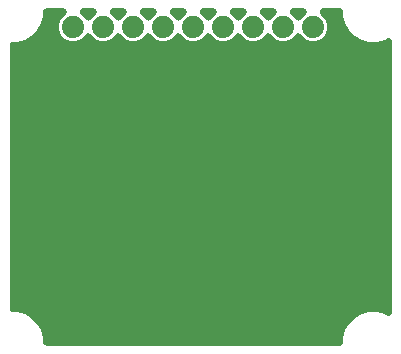
<source format=gbr>
G04 EAGLE Gerber RS-274X export*
G75*
%MOMM*%
%FSLAX25Y25*%
%LPD*%
%INBottom_layer*%
%IPPOS*%
%AMOC8*
5,1,8,0,0,1.08239X$1,22.5*%
G01*
%ADD10C,1.879600*%

G36*
X2893677Y350582D02*
X2893677Y350582D01*
X2894436Y350558D01*
X2896130Y350781D01*
X2897838Y350920D01*
X2898576Y351103D01*
X2899328Y351202D01*
X2900964Y351695D01*
X2902627Y352108D01*
X2903325Y352407D01*
X2904051Y352626D01*
X2905588Y353378D01*
X2907161Y354052D01*
X2907801Y354460D01*
X2908483Y354794D01*
X2909879Y355784D01*
X2911323Y356703D01*
X2911888Y357209D01*
X2912508Y357648D01*
X2913726Y358851D01*
X2915002Y359991D01*
X2915478Y360581D01*
X2916019Y361115D01*
X2917028Y362498D01*
X2918102Y363828D01*
X2918477Y364488D01*
X2918925Y365102D01*
X2919697Y366632D01*
X2920543Y368117D01*
X2920806Y368827D01*
X2921149Y369506D01*
X2921664Y371139D01*
X2922259Y372742D01*
X2922405Y373487D01*
X2922634Y374211D01*
X2922752Y375255D01*
X2923208Y377584D01*
X2923282Y379956D01*
X2923399Y381000D01*
X2923399Y414124D01*
X2940546Y478114D01*
X2973669Y535486D01*
X3020513Y582330D01*
X3077885Y615454D01*
X3141876Y632600D01*
X3208124Y632600D01*
X3272114Y615454D01*
X3286760Y606998D01*
X3287963Y606428D01*
X3289117Y605772D01*
X3290187Y605374D01*
X3291219Y604885D01*
X3292496Y604517D01*
X3293742Y604055D01*
X3294862Y603835D01*
X3295960Y603519D01*
X3297280Y603362D01*
X3298584Y603107D01*
X3299725Y603071D01*
X3300859Y602936D01*
X3302189Y602994D01*
X3303516Y602953D01*
X3304645Y603101D01*
X3305788Y603151D01*
X3307092Y603423D01*
X3308408Y603596D01*
X3309499Y603925D01*
X3310618Y604158D01*
X3311858Y604636D01*
X3313131Y605020D01*
X3314158Y605522D01*
X3315222Y605932D01*
X3316368Y606603D01*
X3317563Y607188D01*
X3318495Y607849D01*
X3319480Y608425D01*
X3320503Y609273D01*
X3321588Y610042D01*
X3322401Y610844D01*
X3323280Y611573D01*
X3324153Y612575D01*
X3325099Y613509D01*
X3325771Y614431D01*
X3326522Y615292D01*
X3327222Y616422D01*
X3328005Y617496D01*
X3328520Y618516D01*
X3329121Y619486D01*
X3329629Y620713D01*
X3330229Y621900D01*
X3330573Y622989D01*
X3331010Y624044D01*
X3331313Y625337D01*
X3331714Y626605D01*
X3331808Y627443D01*
X3332138Y628847D01*
X3332408Y632756D01*
X3332479Y633394D01*
X3332479Y2922606D01*
X3332372Y2923932D01*
X3332363Y2925260D01*
X3332173Y2926384D01*
X3332080Y2927523D01*
X3331760Y2928814D01*
X3331538Y2930124D01*
X3331168Y2931204D01*
X3330893Y2932312D01*
X3330368Y2933534D01*
X3329938Y2934791D01*
X3329398Y2935798D01*
X3328948Y2936847D01*
X3328234Y2937967D01*
X3327605Y2939139D01*
X3326909Y2940046D01*
X3326297Y2941008D01*
X3325412Y2941998D01*
X3324602Y2943054D01*
X3323769Y2943837D01*
X3323009Y2944687D01*
X3321977Y2945522D01*
X3321007Y2946433D01*
X3320059Y2947071D01*
X3319172Y2947788D01*
X3318017Y2948445D01*
X3316913Y2949187D01*
X3315875Y2949664D01*
X3314883Y2950228D01*
X3313639Y2950690D01*
X3312429Y2951245D01*
X3311327Y2951548D01*
X3310258Y2951945D01*
X3308955Y2952200D01*
X3307672Y2952553D01*
X3306537Y2952674D01*
X3305416Y2952893D01*
X3304086Y2952935D01*
X3302765Y2953075D01*
X3301626Y2953012D01*
X3300484Y2953047D01*
X3299168Y2952874D01*
X3297839Y2952800D01*
X3296723Y2952553D01*
X3295593Y2952404D01*
X3294321Y2952021D01*
X3293022Y2951733D01*
X3292251Y2951396D01*
X3290869Y2950980D01*
X3287355Y2949261D01*
X3286760Y2949002D01*
X3272114Y2940545D01*
X3208124Y2923399D01*
X3141876Y2923399D01*
X3077885Y2940546D01*
X3020513Y2973669D01*
X2973669Y3020513D01*
X2940546Y3077885D01*
X2923399Y3141876D01*
X2923399Y3175000D01*
X2923338Y3175757D01*
X2923362Y3176516D01*
X2923139Y3178210D01*
X2923000Y3179918D01*
X2922817Y3180656D01*
X2922718Y3181408D01*
X2922225Y3183044D01*
X2921813Y3184707D01*
X2921513Y3185405D01*
X2921294Y3186131D01*
X2920542Y3187668D01*
X2919868Y3189241D01*
X2919460Y3189881D01*
X2919126Y3190563D01*
X2918136Y3191959D01*
X2917217Y3193403D01*
X2916711Y3193968D01*
X2916272Y3194588D01*
X2915069Y3195806D01*
X2913929Y3197082D01*
X2913339Y3197558D01*
X2912805Y3198099D01*
X2911422Y3199108D01*
X2910092Y3200182D01*
X2909433Y3200557D01*
X2908818Y3201005D01*
X2907288Y3201777D01*
X2905803Y3202623D01*
X2905093Y3202886D01*
X2904414Y3203229D01*
X2902781Y3203744D01*
X2901178Y3204339D01*
X2900433Y3204485D01*
X2899709Y3204714D01*
X2898665Y3204832D01*
X2896336Y3205288D01*
X2893964Y3205362D01*
X2892920Y3205479D01*
X2751934Y3205479D01*
X2751555Y3205449D01*
X2751176Y3205470D01*
X2749096Y3205249D01*
X2747016Y3205080D01*
X2746648Y3204989D01*
X2746269Y3204948D01*
X2744253Y3204395D01*
X2742227Y3203893D01*
X2741878Y3203743D01*
X2741512Y3203642D01*
X2739610Y3202770D01*
X2737693Y3201948D01*
X2737373Y3201744D01*
X2737027Y3201585D01*
X2735291Y3200418D01*
X2733531Y3199297D01*
X2733248Y3199044D01*
X2732933Y3198832D01*
X2731409Y3197401D01*
X2729852Y3196009D01*
X2729613Y3195714D01*
X2729337Y3195454D01*
X2728066Y3193798D01*
X2726752Y3192172D01*
X2726564Y3191841D01*
X2726333Y3191540D01*
X2725345Y3189699D01*
X2724311Y3187883D01*
X2724179Y3187527D01*
X2723999Y3187193D01*
X2723322Y3185217D01*
X2722594Y3183258D01*
X2722521Y3182885D01*
X2722398Y3182526D01*
X2722049Y3180473D01*
X2721646Y3178416D01*
X2721634Y3178034D01*
X2721571Y3177662D01*
X2721558Y3175573D01*
X2721492Y3173484D01*
X2721542Y3173109D01*
X2721539Y3172728D01*
X2721864Y3170657D01*
X2722136Y3168593D01*
X2722245Y3168230D01*
X2722304Y3167853D01*
X2722957Y3165868D01*
X2723560Y3163869D01*
X2723727Y3163527D01*
X2723845Y3163167D01*
X2724812Y3161309D01*
X2725728Y3159437D01*
X2725946Y3159128D01*
X2726123Y3158789D01*
X2726702Y3158062D01*
X2728582Y3155412D01*
X2729795Y3154183D01*
X2730382Y3153448D01*
X2768206Y3115624D01*
X2786380Y3071746D01*
X2786380Y3024254D01*
X2768206Y2980376D01*
X2734624Y2946794D01*
X2690746Y2928619D01*
X2643254Y2928619D01*
X2599376Y2946794D01*
X2561552Y2984618D01*
X2560973Y2985110D01*
X2560453Y2985663D01*
X2559098Y2986703D01*
X2557792Y2987813D01*
X2557140Y2988206D01*
X2556539Y2988667D01*
X2555034Y2989475D01*
X2553566Y2990360D01*
X2552861Y2990642D01*
X2552192Y2991001D01*
X2550573Y2991556D01*
X2548985Y2992191D01*
X2548243Y2992356D01*
X2547525Y2992602D01*
X2545842Y2992888D01*
X2544168Y2993259D01*
X2543408Y2993302D01*
X2542661Y2993429D01*
X2540952Y2993440D01*
X2539242Y2993536D01*
X2538487Y2993456D01*
X2537727Y2993461D01*
X2536036Y2993195D01*
X2534335Y2993014D01*
X2533603Y2992813D01*
X2532853Y2992696D01*
X2531228Y2992161D01*
X2529578Y2991708D01*
X2528888Y2991392D01*
X2528166Y2991154D01*
X2526648Y2990365D01*
X2525093Y2989651D01*
X2524462Y2989227D01*
X2523789Y2988877D01*
X2522968Y2988222D01*
X2520999Y2986898D01*
X2519270Y2985274D01*
X2518448Y2984618D01*
X2480624Y2946794D01*
X2436746Y2928619D01*
X2389254Y2928619D01*
X2345376Y2946794D01*
X2307552Y2984618D01*
X2306973Y2985110D01*
X2306453Y2985663D01*
X2305098Y2986703D01*
X2303792Y2987813D01*
X2303140Y2988206D01*
X2302539Y2988667D01*
X2301034Y2989475D01*
X2299566Y2990360D01*
X2298861Y2990642D01*
X2298192Y2991001D01*
X2296573Y2991556D01*
X2294985Y2992191D01*
X2294243Y2992356D01*
X2293525Y2992602D01*
X2291842Y2992888D01*
X2290168Y2993259D01*
X2289408Y2993302D01*
X2288661Y2993429D01*
X2286952Y2993440D01*
X2285242Y2993536D01*
X2284487Y2993456D01*
X2283727Y2993461D01*
X2282036Y2993195D01*
X2280335Y2993014D01*
X2279603Y2992813D01*
X2278853Y2992696D01*
X2277228Y2992161D01*
X2275578Y2991708D01*
X2274888Y2991392D01*
X2274166Y2991154D01*
X2272648Y2990365D01*
X2271093Y2989651D01*
X2270462Y2989227D01*
X2269789Y2988877D01*
X2268968Y2988222D01*
X2266999Y2986898D01*
X2265270Y2985274D01*
X2264448Y2984618D01*
X2226624Y2946794D01*
X2182746Y2928619D01*
X2135254Y2928619D01*
X2091376Y2946794D01*
X2053552Y2984618D01*
X2052973Y2985110D01*
X2052453Y2985663D01*
X2051098Y2986703D01*
X2049792Y2987813D01*
X2049140Y2988206D01*
X2048539Y2988667D01*
X2047034Y2989475D01*
X2045566Y2990360D01*
X2044861Y2990642D01*
X2044192Y2991001D01*
X2042573Y2991556D01*
X2040985Y2992191D01*
X2040243Y2992356D01*
X2039525Y2992602D01*
X2037842Y2992888D01*
X2036168Y2993259D01*
X2035408Y2993302D01*
X2034661Y2993429D01*
X2032952Y2993440D01*
X2031242Y2993536D01*
X2030487Y2993456D01*
X2029727Y2993461D01*
X2028036Y2993195D01*
X2026335Y2993014D01*
X2025603Y2992813D01*
X2024853Y2992696D01*
X2023228Y2992161D01*
X2021578Y2991708D01*
X2020888Y2991392D01*
X2020166Y2991154D01*
X2018648Y2990365D01*
X2017093Y2989651D01*
X2016462Y2989227D01*
X2015789Y2988877D01*
X2014968Y2988222D01*
X2012999Y2986898D01*
X2011270Y2985274D01*
X2010448Y2984618D01*
X1972624Y2946794D01*
X1928746Y2928619D01*
X1881254Y2928619D01*
X1837376Y2946794D01*
X1799552Y2984618D01*
X1798973Y2985110D01*
X1798453Y2985663D01*
X1797098Y2986703D01*
X1795792Y2987813D01*
X1795140Y2988206D01*
X1794539Y2988667D01*
X1793034Y2989475D01*
X1791566Y2990360D01*
X1790861Y2990642D01*
X1790192Y2991001D01*
X1788573Y2991556D01*
X1786985Y2992191D01*
X1786243Y2992356D01*
X1785525Y2992602D01*
X1783842Y2992888D01*
X1782168Y2993259D01*
X1781408Y2993302D01*
X1780661Y2993429D01*
X1778952Y2993440D01*
X1777242Y2993536D01*
X1776487Y2993456D01*
X1775727Y2993461D01*
X1774036Y2993195D01*
X1772335Y2993014D01*
X1771603Y2992813D01*
X1770853Y2992696D01*
X1769228Y2992161D01*
X1767578Y2991708D01*
X1766888Y2991392D01*
X1766166Y2991154D01*
X1764648Y2990365D01*
X1763093Y2989651D01*
X1762462Y2989227D01*
X1761789Y2988877D01*
X1760968Y2988222D01*
X1758999Y2986898D01*
X1757270Y2985274D01*
X1756448Y2984618D01*
X1718624Y2946794D01*
X1674746Y2928619D01*
X1627254Y2928619D01*
X1583376Y2946794D01*
X1545552Y2984618D01*
X1544973Y2985110D01*
X1544453Y2985663D01*
X1543098Y2986703D01*
X1541792Y2987813D01*
X1541140Y2988206D01*
X1540539Y2988667D01*
X1539034Y2989475D01*
X1537566Y2990360D01*
X1536861Y2990642D01*
X1536192Y2991001D01*
X1534573Y2991556D01*
X1532985Y2992191D01*
X1532243Y2992356D01*
X1531525Y2992602D01*
X1529842Y2992888D01*
X1528168Y2993259D01*
X1527408Y2993302D01*
X1526661Y2993429D01*
X1524952Y2993440D01*
X1523242Y2993536D01*
X1522487Y2993456D01*
X1521727Y2993461D01*
X1520036Y2993195D01*
X1518335Y2993014D01*
X1517603Y2992813D01*
X1516853Y2992696D01*
X1515228Y2992161D01*
X1513578Y2991708D01*
X1512888Y2991392D01*
X1512166Y2991154D01*
X1510648Y2990365D01*
X1509093Y2989651D01*
X1508462Y2989227D01*
X1507789Y2988877D01*
X1506968Y2988222D01*
X1504999Y2986898D01*
X1503270Y2985274D01*
X1502448Y2984618D01*
X1464624Y2946794D01*
X1420746Y2928619D01*
X1373254Y2928619D01*
X1329376Y2946794D01*
X1291552Y2984618D01*
X1290973Y2985110D01*
X1290453Y2985663D01*
X1289098Y2986703D01*
X1287792Y2987813D01*
X1287140Y2988206D01*
X1286539Y2988667D01*
X1285034Y2989475D01*
X1283566Y2990360D01*
X1282861Y2990642D01*
X1282192Y2991001D01*
X1280573Y2991556D01*
X1278985Y2992191D01*
X1278243Y2992356D01*
X1277525Y2992602D01*
X1275842Y2992888D01*
X1274168Y2993259D01*
X1273408Y2993302D01*
X1272661Y2993429D01*
X1270952Y2993440D01*
X1269242Y2993536D01*
X1268487Y2993456D01*
X1267727Y2993461D01*
X1266036Y2993195D01*
X1264335Y2993014D01*
X1263603Y2992813D01*
X1262853Y2992696D01*
X1261228Y2992161D01*
X1259578Y2991708D01*
X1258888Y2991392D01*
X1258166Y2991154D01*
X1256648Y2990365D01*
X1255093Y2989651D01*
X1254462Y2989227D01*
X1253789Y2988877D01*
X1252968Y2988222D01*
X1250999Y2986898D01*
X1249270Y2985274D01*
X1248448Y2984618D01*
X1210624Y2946794D01*
X1166746Y2928619D01*
X1119254Y2928619D01*
X1075376Y2946794D01*
X1037552Y2984618D01*
X1036973Y2985110D01*
X1036453Y2985663D01*
X1035098Y2986703D01*
X1033792Y2987813D01*
X1033140Y2988206D01*
X1032539Y2988667D01*
X1031034Y2989475D01*
X1029566Y2990360D01*
X1028861Y2990642D01*
X1028192Y2991001D01*
X1026573Y2991556D01*
X1024985Y2992191D01*
X1024243Y2992356D01*
X1023525Y2992602D01*
X1021842Y2992888D01*
X1020168Y2993259D01*
X1019408Y2993302D01*
X1018661Y2993429D01*
X1016952Y2993440D01*
X1015242Y2993536D01*
X1014487Y2993456D01*
X1013727Y2993461D01*
X1012036Y2993195D01*
X1010335Y2993014D01*
X1009603Y2992813D01*
X1008853Y2992696D01*
X1007228Y2992161D01*
X1005578Y2991708D01*
X1004888Y2991392D01*
X1004166Y2991154D01*
X1002648Y2990365D01*
X1001093Y2989651D01*
X1000462Y2989227D01*
X999789Y2988877D01*
X998968Y2988222D01*
X996999Y2986898D01*
X995270Y2985274D01*
X994448Y2984618D01*
X956624Y2946794D01*
X912746Y2928619D01*
X865254Y2928619D01*
X821376Y2946794D01*
X783552Y2984618D01*
X782973Y2985110D01*
X782453Y2985663D01*
X781098Y2986703D01*
X779792Y2987813D01*
X779140Y2988206D01*
X778539Y2988667D01*
X777034Y2989475D01*
X775566Y2990360D01*
X774861Y2990642D01*
X774192Y2991001D01*
X772573Y2991556D01*
X770985Y2992191D01*
X770243Y2992356D01*
X769525Y2992602D01*
X767842Y2992888D01*
X766168Y2993259D01*
X765408Y2993302D01*
X764661Y2993429D01*
X762952Y2993440D01*
X761242Y2993536D01*
X760487Y2993456D01*
X759727Y2993461D01*
X758036Y2993195D01*
X756335Y2993014D01*
X755603Y2992813D01*
X754853Y2992696D01*
X753228Y2992161D01*
X751578Y2991708D01*
X750888Y2991392D01*
X750166Y2991154D01*
X748648Y2990365D01*
X747093Y2989651D01*
X746462Y2989227D01*
X745789Y2988877D01*
X744968Y2988222D01*
X742999Y2986898D01*
X741270Y2985274D01*
X740448Y2984618D01*
X702624Y2946794D01*
X658746Y2928619D01*
X611254Y2928619D01*
X567376Y2946794D01*
X533794Y2980376D01*
X515619Y3024254D01*
X515619Y3071746D01*
X533794Y3115624D01*
X571618Y3153448D01*
X571865Y3153738D01*
X572148Y3153991D01*
X573458Y3155613D01*
X574813Y3157208D01*
X575010Y3157534D01*
X575248Y3157828D01*
X576278Y3159638D01*
X577360Y3161433D01*
X577501Y3161788D01*
X577688Y3162117D01*
X578412Y3164066D01*
X579191Y3166015D01*
X579273Y3166387D01*
X579405Y3166742D01*
X579807Y3168791D01*
X580259Y3170832D01*
X580280Y3171211D01*
X580353Y3171584D01*
X580419Y3173671D01*
X580536Y3175758D01*
X580496Y3176137D01*
X580508Y3176516D01*
X580236Y3178581D01*
X580014Y3180664D01*
X579913Y3181032D01*
X579864Y3181408D01*
X579263Y3183403D01*
X578708Y3185422D01*
X578549Y3185768D01*
X578440Y3186131D01*
X577523Y3188005D01*
X576651Y3189907D01*
X576439Y3190223D01*
X576272Y3190563D01*
X575065Y3192265D01*
X573898Y3194001D01*
X573638Y3194278D01*
X573418Y3194588D01*
X571949Y3196075D01*
X570520Y3197597D01*
X570218Y3197828D01*
X569951Y3198099D01*
X568259Y3199332D01*
X566606Y3200601D01*
X566272Y3200780D01*
X565964Y3201005D01*
X564095Y3201949D01*
X562258Y3202934D01*
X561900Y3203058D01*
X561560Y3203229D01*
X559564Y3203859D01*
X557592Y3204536D01*
X557218Y3204599D01*
X556855Y3204714D01*
X555933Y3204818D01*
X552728Y3205363D01*
X551001Y3205374D01*
X550066Y3205479D01*
X409080Y3205479D01*
X408323Y3205418D01*
X407564Y3205442D01*
X405870Y3205219D01*
X404162Y3205080D01*
X403424Y3204897D01*
X402672Y3204798D01*
X401036Y3204305D01*
X399373Y3203893D01*
X398675Y3203593D01*
X397948Y3203374D01*
X396411Y3202622D01*
X394839Y3201948D01*
X394198Y3201540D01*
X393516Y3201206D01*
X392120Y3200216D01*
X390677Y3199297D01*
X390111Y3198791D01*
X389492Y3198352D01*
X388273Y3197149D01*
X386998Y3196009D01*
X386521Y3195419D01*
X385981Y3194885D01*
X384972Y3193502D01*
X383898Y3192172D01*
X383523Y3191513D01*
X383075Y3190898D01*
X382303Y3189368D01*
X381457Y3187883D01*
X381193Y3187173D01*
X380851Y3186494D01*
X380335Y3184861D01*
X379740Y3183258D01*
X379594Y3182513D01*
X379366Y3181789D01*
X379248Y3180745D01*
X378792Y3178416D01*
X378718Y3176044D01*
X378600Y3175000D01*
X378600Y3141876D01*
X361454Y3077885D01*
X328330Y3020513D01*
X281486Y2973669D01*
X224114Y2940546D01*
X160124Y2923399D01*
X127000Y2923399D01*
X126243Y2923338D01*
X125484Y2923362D01*
X123790Y2923139D01*
X122082Y2923000D01*
X121344Y2922817D01*
X120593Y2922718D01*
X118956Y2922225D01*
X117293Y2921813D01*
X116595Y2921513D01*
X115869Y2921294D01*
X114332Y2920542D01*
X112759Y2919868D01*
X112119Y2919460D01*
X111437Y2919126D01*
X110041Y2918136D01*
X108598Y2917217D01*
X108032Y2916711D01*
X107412Y2916272D01*
X106194Y2915069D01*
X104918Y2913929D01*
X104442Y2913339D01*
X103901Y2912805D01*
X102893Y2911422D01*
X101818Y2910092D01*
X101443Y2909433D01*
X100995Y2908818D01*
X100223Y2907288D01*
X99378Y2905803D01*
X99114Y2905093D01*
X98771Y2904414D01*
X98256Y2902781D01*
X97661Y2901178D01*
X97515Y2900433D01*
X97286Y2899709D01*
X97168Y2898665D01*
X96713Y2896336D01*
X96638Y2893964D01*
X96521Y2892920D01*
X96521Y663080D01*
X96582Y662323D01*
X96558Y661564D01*
X96781Y659870D01*
X96920Y658162D01*
X97103Y657424D01*
X97202Y656672D01*
X97695Y655036D01*
X98108Y653373D01*
X98407Y652675D01*
X98626Y651948D01*
X99378Y650411D01*
X100052Y648839D01*
X100460Y648198D01*
X100794Y647516D01*
X101784Y646120D01*
X102703Y644677D01*
X103209Y644111D01*
X103648Y643492D01*
X104851Y642273D01*
X105991Y640998D01*
X106581Y640521D01*
X107115Y639981D01*
X108498Y638972D01*
X109828Y637898D01*
X110488Y637523D01*
X111102Y637075D01*
X112632Y636303D01*
X114117Y635457D01*
X114827Y635193D01*
X115506Y634851D01*
X117139Y634335D01*
X118742Y633740D01*
X119487Y633594D01*
X120211Y633366D01*
X121255Y633248D01*
X123584Y632792D01*
X125956Y632718D01*
X127000Y632600D01*
X160124Y632600D01*
X224114Y615454D01*
X281486Y582330D01*
X328330Y535486D01*
X361454Y478114D01*
X378600Y414124D01*
X378600Y381000D01*
X378662Y380243D01*
X378638Y379484D01*
X378861Y377790D01*
X379000Y376082D01*
X379183Y375344D01*
X379282Y374593D01*
X379775Y372956D01*
X380187Y371293D01*
X380487Y370595D01*
X380706Y369869D01*
X381458Y368332D01*
X382132Y366759D01*
X382540Y366119D01*
X382873Y365437D01*
X383863Y364041D01*
X384783Y362598D01*
X385288Y362032D01*
X385728Y361412D01*
X386931Y360194D01*
X388070Y358918D01*
X388661Y358442D01*
X389194Y357901D01*
X390578Y356893D01*
X391908Y355818D01*
X392567Y355443D01*
X393182Y354995D01*
X394711Y354223D01*
X396196Y353378D01*
X396907Y353114D01*
X397586Y352771D01*
X399219Y352256D01*
X400822Y351661D01*
X401567Y351515D01*
X402291Y351286D01*
X403335Y351168D01*
X405664Y350713D01*
X408035Y350638D01*
X409080Y350521D01*
X2892920Y350521D01*
X2893677Y350582D01*
G37*
G36*
X1017512Y3102544D02*
X1017512Y3102544D01*
X1018272Y3102539D01*
X1019963Y3102804D01*
X1021664Y3102985D01*
X1022397Y3103186D01*
X1023146Y3103304D01*
X1024770Y3103838D01*
X1026422Y3104292D01*
X1027113Y3104608D01*
X1027833Y3104845D01*
X1029351Y3105635D01*
X1030907Y3106348D01*
X1031536Y3106772D01*
X1032210Y3107123D01*
X1033034Y3107779D01*
X1035001Y3109102D01*
X1036729Y3110726D01*
X1037552Y3111382D01*
X1079618Y3153448D01*
X1079865Y3153738D01*
X1080148Y3153991D01*
X1081458Y3155613D01*
X1082813Y3157208D01*
X1083010Y3157534D01*
X1083248Y3157828D01*
X1084278Y3159638D01*
X1085360Y3161433D01*
X1085501Y3161788D01*
X1085688Y3162117D01*
X1086412Y3164066D01*
X1087191Y3166015D01*
X1087273Y3166387D01*
X1087405Y3166742D01*
X1087807Y3168791D01*
X1088259Y3170832D01*
X1088280Y3171211D01*
X1088353Y3171584D01*
X1088419Y3173671D01*
X1088536Y3175758D01*
X1088496Y3176137D01*
X1088508Y3176516D01*
X1088236Y3178581D01*
X1088014Y3180664D01*
X1087913Y3181032D01*
X1087864Y3181408D01*
X1087263Y3183403D01*
X1086708Y3185422D01*
X1086549Y3185768D01*
X1086440Y3186131D01*
X1085523Y3188005D01*
X1084651Y3189907D01*
X1084439Y3190223D01*
X1084272Y3190563D01*
X1083065Y3192265D01*
X1081898Y3194001D01*
X1081638Y3194278D01*
X1081418Y3194588D01*
X1079949Y3196075D01*
X1078520Y3197597D01*
X1078218Y3197828D01*
X1077951Y3198099D01*
X1076259Y3199332D01*
X1074606Y3200601D01*
X1074272Y3200780D01*
X1073964Y3201005D01*
X1072095Y3201949D01*
X1070258Y3202934D01*
X1069900Y3203058D01*
X1069560Y3203229D01*
X1067564Y3203859D01*
X1065592Y3204536D01*
X1065218Y3204599D01*
X1064855Y3204714D01*
X1063933Y3204818D01*
X1060728Y3205363D01*
X1059001Y3205374D01*
X1058066Y3205479D01*
X973934Y3205479D01*
X973556Y3205449D01*
X973176Y3205470D01*
X971097Y3205249D01*
X969016Y3205080D01*
X968648Y3204989D01*
X968269Y3204948D01*
X966253Y3204395D01*
X964227Y3203893D01*
X963878Y3203743D01*
X963512Y3203642D01*
X961610Y3202770D01*
X959693Y3201948D01*
X959373Y3201744D01*
X959027Y3201585D01*
X957291Y3200418D01*
X955531Y3199297D01*
X955248Y3199044D01*
X954933Y3198832D01*
X953409Y3197401D01*
X951852Y3196009D01*
X951613Y3195714D01*
X951337Y3195454D01*
X950064Y3193796D01*
X948752Y3192172D01*
X948564Y3191842D01*
X948333Y3191540D01*
X947343Y3189697D01*
X946311Y3187883D01*
X946179Y3187528D01*
X945999Y3187193D01*
X945322Y3185217D01*
X944594Y3183258D01*
X944521Y3182885D01*
X944398Y3182526D01*
X944049Y3180473D01*
X943646Y3178416D01*
X943634Y3178034D01*
X943571Y3177662D01*
X943558Y3175573D01*
X943492Y3173484D01*
X943542Y3173109D01*
X943539Y3172728D01*
X943864Y3170657D01*
X944136Y3168593D01*
X944245Y3168230D01*
X944304Y3167853D01*
X944957Y3165868D01*
X945560Y3163869D01*
X945727Y3163527D01*
X945845Y3163167D01*
X946810Y3161312D01*
X947728Y3159437D01*
X947947Y3159127D01*
X948123Y3158790D01*
X948700Y3158065D01*
X950582Y3155412D01*
X951795Y3154183D01*
X952382Y3153448D01*
X994448Y3111382D01*
X995027Y3110889D01*
X995546Y3110337D01*
X996901Y3109296D01*
X998207Y3108187D01*
X998859Y3107794D01*
X999460Y3107333D01*
X1000964Y3106525D01*
X1002433Y3105640D01*
X1003140Y3105358D01*
X1003807Y3104999D01*
X1005423Y3104445D01*
X1007015Y3103809D01*
X1007757Y3103644D01*
X1008474Y3103398D01*
X1010158Y3103112D01*
X1011832Y3102741D01*
X1012592Y3102698D01*
X1013338Y3102571D01*
X1015047Y3102560D01*
X1016758Y3102464D01*
X1017512Y3102544D01*
G37*
G36*
X2541512Y3102544D02*
X2541512Y3102544D01*
X2542272Y3102539D01*
X2543963Y3102804D01*
X2545664Y3102985D01*
X2546397Y3103186D01*
X2547146Y3103304D01*
X2548770Y3103838D01*
X2550422Y3104292D01*
X2551113Y3104608D01*
X2551833Y3104845D01*
X2553351Y3105635D01*
X2554907Y3106348D01*
X2555536Y3106772D01*
X2556210Y3107123D01*
X2557034Y3107779D01*
X2559001Y3109102D01*
X2560729Y3110726D01*
X2561552Y3111382D01*
X2603618Y3153448D01*
X2603865Y3153738D01*
X2604148Y3153991D01*
X2605458Y3155613D01*
X2606813Y3157208D01*
X2607010Y3157534D01*
X2607248Y3157828D01*
X2608278Y3159638D01*
X2609360Y3161433D01*
X2609501Y3161788D01*
X2609688Y3162117D01*
X2610412Y3164066D01*
X2611191Y3166015D01*
X2611273Y3166387D01*
X2611405Y3166742D01*
X2611807Y3168791D01*
X2612259Y3170832D01*
X2612280Y3171211D01*
X2612353Y3171584D01*
X2612419Y3173671D01*
X2612536Y3175758D01*
X2612496Y3176137D01*
X2612508Y3176516D01*
X2612236Y3178581D01*
X2612014Y3180664D01*
X2611913Y3181032D01*
X2611864Y3181408D01*
X2611263Y3183403D01*
X2610708Y3185422D01*
X2610549Y3185768D01*
X2610440Y3186131D01*
X2609523Y3188005D01*
X2608651Y3189907D01*
X2608439Y3190223D01*
X2608272Y3190563D01*
X2607065Y3192265D01*
X2605898Y3194001D01*
X2605638Y3194278D01*
X2605418Y3194588D01*
X2603949Y3196075D01*
X2602520Y3197597D01*
X2602218Y3197828D01*
X2601951Y3198099D01*
X2600259Y3199332D01*
X2598606Y3200601D01*
X2598272Y3200780D01*
X2597964Y3201005D01*
X2596095Y3201949D01*
X2594258Y3202934D01*
X2593900Y3203058D01*
X2593560Y3203229D01*
X2591564Y3203859D01*
X2589592Y3204536D01*
X2589218Y3204599D01*
X2588855Y3204714D01*
X2587933Y3204818D01*
X2584728Y3205363D01*
X2583001Y3205374D01*
X2582066Y3205479D01*
X2497934Y3205479D01*
X2497556Y3205449D01*
X2497176Y3205470D01*
X2495097Y3205249D01*
X2493016Y3205080D01*
X2492648Y3204989D01*
X2492269Y3204948D01*
X2490253Y3204395D01*
X2488227Y3203893D01*
X2487878Y3203743D01*
X2487512Y3203642D01*
X2485610Y3202770D01*
X2483693Y3201948D01*
X2483373Y3201744D01*
X2483027Y3201585D01*
X2481291Y3200418D01*
X2479531Y3199297D01*
X2479248Y3199044D01*
X2478933Y3198832D01*
X2477409Y3197401D01*
X2475852Y3196009D01*
X2475613Y3195714D01*
X2475337Y3195454D01*
X2474064Y3193796D01*
X2472752Y3192172D01*
X2472564Y3191842D01*
X2472333Y3191540D01*
X2471343Y3189697D01*
X2470311Y3187883D01*
X2470179Y3187528D01*
X2469999Y3187193D01*
X2469322Y3185217D01*
X2468594Y3183258D01*
X2468521Y3182885D01*
X2468398Y3182526D01*
X2468049Y3180473D01*
X2467646Y3178416D01*
X2467634Y3178034D01*
X2467571Y3177662D01*
X2467558Y3175573D01*
X2467492Y3173484D01*
X2467542Y3173109D01*
X2467539Y3172728D01*
X2467864Y3170657D01*
X2468136Y3168593D01*
X2468245Y3168230D01*
X2468304Y3167853D01*
X2468957Y3165868D01*
X2469560Y3163869D01*
X2469727Y3163527D01*
X2469845Y3163167D01*
X2470810Y3161312D01*
X2471728Y3159437D01*
X2471947Y3159127D01*
X2472123Y3158790D01*
X2472700Y3158065D01*
X2474582Y3155412D01*
X2475795Y3154183D01*
X2476382Y3153448D01*
X2518448Y3111382D01*
X2519027Y3110889D01*
X2519546Y3110337D01*
X2520901Y3109296D01*
X2522207Y3108187D01*
X2522859Y3107794D01*
X2523460Y3107333D01*
X2524964Y3106525D01*
X2526433Y3105640D01*
X2527140Y3105358D01*
X2527807Y3104999D01*
X2529423Y3104445D01*
X2531015Y3103809D01*
X2531757Y3103644D01*
X2532474Y3103398D01*
X2534158Y3103112D01*
X2535832Y3102741D01*
X2536592Y3102698D01*
X2537338Y3102571D01*
X2539047Y3102560D01*
X2540758Y3102464D01*
X2541512Y3102544D01*
G37*
G36*
X763512Y3102544D02*
X763512Y3102544D01*
X764272Y3102539D01*
X765963Y3102804D01*
X767664Y3102985D01*
X768397Y3103186D01*
X769146Y3103304D01*
X770770Y3103838D01*
X772422Y3104292D01*
X773113Y3104608D01*
X773833Y3104845D01*
X775351Y3105635D01*
X776907Y3106348D01*
X777536Y3106772D01*
X778210Y3107123D01*
X779034Y3107779D01*
X781001Y3109102D01*
X782729Y3110726D01*
X783552Y3111382D01*
X825618Y3153448D01*
X825865Y3153738D01*
X826148Y3153991D01*
X827458Y3155613D01*
X828813Y3157208D01*
X829010Y3157534D01*
X829248Y3157828D01*
X830278Y3159638D01*
X831360Y3161433D01*
X831501Y3161788D01*
X831688Y3162117D01*
X832412Y3164066D01*
X833191Y3166015D01*
X833273Y3166387D01*
X833405Y3166742D01*
X833807Y3168791D01*
X834259Y3170832D01*
X834280Y3171211D01*
X834353Y3171584D01*
X834419Y3173671D01*
X834536Y3175758D01*
X834496Y3176137D01*
X834508Y3176516D01*
X834236Y3178581D01*
X834014Y3180664D01*
X833913Y3181032D01*
X833864Y3181408D01*
X833263Y3183403D01*
X832708Y3185422D01*
X832549Y3185768D01*
X832440Y3186131D01*
X831523Y3188005D01*
X830651Y3189907D01*
X830439Y3190223D01*
X830272Y3190563D01*
X829065Y3192265D01*
X827898Y3194001D01*
X827638Y3194278D01*
X827418Y3194588D01*
X825949Y3196075D01*
X824520Y3197597D01*
X824218Y3197828D01*
X823951Y3198099D01*
X822259Y3199332D01*
X820606Y3200601D01*
X820272Y3200780D01*
X819964Y3201005D01*
X818095Y3201949D01*
X816258Y3202934D01*
X815900Y3203058D01*
X815560Y3203229D01*
X813564Y3203859D01*
X811592Y3204536D01*
X811218Y3204599D01*
X810855Y3204714D01*
X809933Y3204818D01*
X806728Y3205363D01*
X805001Y3205374D01*
X804066Y3205479D01*
X719934Y3205479D01*
X719556Y3205449D01*
X719176Y3205470D01*
X717097Y3205249D01*
X715016Y3205080D01*
X714648Y3204989D01*
X714269Y3204948D01*
X712253Y3204395D01*
X710227Y3203893D01*
X709878Y3203743D01*
X709512Y3203642D01*
X707610Y3202770D01*
X705693Y3201948D01*
X705373Y3201744D01*
X705027Y3201585D01*
X703291Y3200418D01*
X701531Y3199297D01*
X701248Y3199044D01*
X700933Y3198832D01*
X699409Y3197401D01*
X697852Y3196009D01*
X697613Y3195714D01*
X697337Y3195454D01*
X696064Y3193796D01*
X694752Y3192172D01*
X694564Y3191842D01*
X694333Y3191540D01*
X693343Y3189697D01*
X692311Y3187883D01*
X692179Y3187528D01*
X691999Y3187193D01*
X691322Y3185217D01*
X690594Y3183258D01*
X690521Y3182885D01*
X690398Y3182526D01*
X690049Y3180473D01*
X689646Y3178416D01*
X689634Y3178034D01*
X689571Y3177662D01*
X689558Y3175573D01*
X689492Y3173484D01*
X689542Y3173109D01*
X689539Y3172728D01*
X689864Y3170657D01*
X690136Y3168593D01*
X690245Y3168230D01*
X690304Y3167853D01*
X690957Y3165868D01*
X691560Y3163869D01*
X691727Y3163527D01*
X691845Y3163167D01*
X692810Y3161312D01*
X693728Y3159437D01*
X693947Y3159127D01*
X694123Y3158790D01*
X694700Y3158065D01*
X696582Y3155412D01*
X697795Y3154183D01*
X698382Y3153448D01*
X740448Y3111382D01*
X741027Y3110889D01*
X741546Y3110337D01*
X742901Y3109296D01*
X744207Y3108187D01*
X744859Y3107794D01*
X745460Y3107333D01*
X746964Y3106525D01*
X748433Y3105640D01*
X749140Y3105358D01*
X749807Y3104999D01*
X751423Y3104445D01*
X753015Y3103809D01*
X753757Y3103644D01*
X754474Y3103398D01*
X756158Y3103112D01*
X757832Y3102741D01*
X758592Y3102698D01*
X759338Y3102571D01*
X761047Y3102560D01*
X762758Y3102464D01*
X763512Y3102544D01*
G37*
G36*
X1779512Y3102544D02*
X1779512Y3102544D01*
X1780272Y3102539D01*
X1781963Y3102804D01*
X1783664Y3102985D01*
X1784397Y3103186D01*
X1785146Y3103304D01*
X1786770Y3103838D01*
X1788422Y3104292D01*
X1789113Y3104608D01*
X1789833Y3104845D01*
X1791351Y3105635D01*
X1792907Y3106348D01*
X1793536Y3106772D01*
X1794210Y3107123D01*
X1795034Y3107779D01*
X1797001Y3109102D01*
X1798729Y3110726D01*
X1799552Y3111382D01*
X1841618Y3153448D01*
X1841865Y3153738D01*
X1842148Y3153991D01*
X1843458Y3155613D01*
X1844813Y3157208D01*
X1845010Y3157534D01*
X1845248Y3157828D01*
X1846278Y3159638D01*
X1847360Y3161433D01*
X1847501Y3161788D01*
X1847688Y3162117D01*
X1848412Y3164066D01*
X1849191Y3166015D01*
X1849273Y3166387D01*
X1849405Y3166742D01*
X1849807Y3168791D01*
X1850259Y3170832D01*
X1850280Y3171211D01*
X1850353Y3171584D01*
X1850419Y3173671D01*
X1850536Y3175758D01*
X1850496Y3176137D01*
X1850508Y3176516D01*
X1850236Y3178581D01*
X1850014Y3180664D01*
X1849913Y3181032D01*
X1849864Y3181408D01*
X1849263Y3183403D01*
X1848708Y3185422D01*
X1848549Y3185768D01*
X1848440Y3186131D01*
X1847523Y3188005D01*
X1846651Y3189907D01*
X1846439Y3190223D01*
X1846272Y3190563D01*
X1845065Y3192265D01*
X1843898Y3194001D01*
X1843638Y3194278D01*
X1843418Y3194588D01*
X1841949Y3196075D01*
X1840520Y3197597D01*
X1840218Y3197828D01*
X1839951Y3198099D01*
X1838259Y3199332D01*
X1836606Y3200601D01*
X1836272Y3200780D01*
X1835964Y3201005D01*
X1834095Y3201949D01*
X1832258Y3202934D01*
X1831900Y3203058D01*
X1831560Y3203229D01*
X1829564Y3203859D01*
X1827592Y3204536D01*
X1827218Y3204599D01*
X1826855Y3204714D01*
X1825933Y3204818D01*
X1822728Y3205363D01*
X1821001Y3205374D01*
X1820066Y3205479D01*
X1735934Y3205479D01*
X1735556Y3205449D01*
X1735176Y3205470D01*
X1733097Y3205249D01*
X1731016Y3205080D01*
X1730648Y3204989D01*
X1730269Y3204948D01*
X1728253Y3204395D01*
X1726227Y3203893D01*
X1725878Y3203743D01*
X1725512Y3203642D01*
X1723610Y3202770D01*
X1721693Y3201948D01*
X1721373Y3201744D01*
X1721027Y3201585D01*
X1719291Y3200418D01*
X1717531Y3199297D01*
X1717248Y3199044D01*
X1716933Y3198832D01*
X1715409Y3197401D01*
X1713852Y3196009D01*
X1713613Y3195714D01*
X1713337Y3195454D01*
X1712064Y3193796D01*
X1710752Y3192172D01*
X1710564Y3191842D01*
X1710333Y3191540D01*
X1709343Y3189697D01*
X1708311Y3187883D01*
X1708179Y3187528D01*
X1707999Y3187193D01*
X1707322Y3185217D01*
X1706594Y3183258D01*
X1706521Y3182885D01*
X1706398Y3182526D01*
X1706049Y3180473D01*
X1705646Y3178416D01*
X1705634Y3178034D01*
X1705571Y3177662D01*
X1705558Y3175573D01*
X1705492Y3173484D01*
X1705542Y3173109D01*
X1705539Y3172728D01*
X1705864Y3170657D01*
X1706136Y3168593D01*
X1706245Y3168230D01*
X1706304Y3167853D01*
X1706957Y3165868D01*
X1707560Y3163869D01*
X1707727Y3163527D01*
X1707845Y3163167D01*
X1708810Y3161312D01*
X1709728Y3159437D01*
X1709947Y3159127D01*
X1710123Y3158790D01*
X1710700Y3158065D01*
X1712582Y3155412D01*
X1713795Y3154183D01*
X1714382Y3153448D01*
X1756448Y3111382D01*
X1757027Y3110889D01*
X1757546Y3110337D01*
X1758901Y3109296D01*
X1760207Y3108187D01*
X1760859Y3107794D01*
X1761460Y3107333D01*
X1762964Y3106525D01*
X1764433Y3105640D01*
X1765140Y3105358D01*
X1765807Y3104999D01*
X1767423Y3104445D01*
X1769015Y3103809D01*
X1769757Y3103644D01*
X1770474Y3103398D01*
X1772158Y3103112D01*
X1773832Y3102741D01*
X1774592Y3102698D01*
X1775338Y3102571D01*
X1777047Y3102560D01*
X1778758Y3102464D01*
X1779512Y3102544D01*
G37*
G36*
X1525512Y3102544D02*
X1525512Y3102544D01*
X1526272Y3102539D01*
X1527963Y3102804D01*
X1529664Y3102985D01*
X1530397Y3103186D01*
X1531146Y3103304D01*
X1532770Y3103838D01*
X1534422Y3104292D01*
X1535113Y3104608D01*
X1535833Y3104845D01*
X1537351Y3105635D01*
X1538907Y3106348D01*
X1539536Y3106772D01*
X1540210Y3107123D01*
X1541034Y3107779D01*
X1543001Y3109102D01*
X1544729Y3110726D01*
X1545552Y3111382D01*
X1587618Y3153448D01*
X1587865Y3153738D01*
X1588148Y3153991D01*
X1589458Y3155613D01*
X1590813Y3157208D01*
X1591010Y3157534D01*
X1591248Y3157828D01*
X1592278Y3159638D01*
X1593360Y3161433D01*
X1593501Y3161788D01*
X1593688Y3162117D01*
X1594412Y3164066D01*
X1595191Y3166015D01*
X1595273Y3166387D01*
X1595405Y3166742D01*
X1595807Y3168791D01*
X1596259Y3170832D01*
X1596280Y3171211D01*
X1596353Y3171584D01*
X1596419Y3173671D01*
X1596536Y3175758D01*
X1596496Y3176137D01*
X1596508Y3176516D01*
X1596236Y3178581D01*
X1596014Y3180664D01*
X1595913Y3181032D01*
X1595864Y3181408D01*
X1595263Y3183403D01*
X1594708Y3185422D01*
X1594549Y3185768D01*
X1594440Y3186131D01*
X1593523Y3188005D01*
X1592651Y3189907D01*
X1592439Y3190223D01*
X1592272Y3190563D01*
X1591065Y3192265D01*
X1589898Y3194001D01*
X1589638Y3194278D01*
X1589418Y3194588D01*
X1587949Y3196075D01*
X1586520Y3197597D01*
X1586218Y3197828D01*
X1585951Y3198099D01*
X1584259Y3199332D01*
X1582606Y3200601D01*
X1582272Y3200780D01*
X1581964Y3201005D01*
X1580095Y3201949D01*
X1578258Y3202934D01*
X1577900Y3203058D01*
X1577560Y3203229D01*
X1575564Y3203859D01*
X1573592Y3204536D01*
X1573218Y3204599D01*
X1572855Y3204714D01*
X1571933Y3204818D01*
X1568728Y3205363D01*
X1567001Y3205374D01*
X1566066Y3205479D01*
X1481934Y3205479D01*
X1481556Y3205449D01*
X1481176Y3205470D01*
X1479097Y3205249D01*
X1477016Y3205080D01*
X1476648Y3204989D01*
X1476269Y3204948D01*
X1474253Y3204395D01*
X1472227Y3203893D01*
X1471878Y3203743D01*
X1471512Y3203642D01*
X1469610Y3202770D01*
X1467693Y3201948D01*
X1467373Y3201744D01*
X1467027Y3201585D01*
X1465291Y3200418D01*
X1463531Y3199297D01*
X1463248Y3199044D01*
X1462933Y3198832D01*
X1461409Y3197401D01*
X1459852Y3196009D01*
X1459613Y3195714D01*
X1459337Y3195454D01*
X1458064Y3193796D01*
X1456752Y3192172D01*
X1456564Y3191842D01*
X1456333Y3191540D01*
X1455343Y3189697D01*
X1454311Y3187883D01*
X1454179Y3187528D01*
X1453999Y3187193D01*
X1453322Y3185217D01*
X1452594Y3183258D01*
X1452521Y3182885D01*
X1452398Y3182526D01*
X1452049Y3180473D01*
X1451646Y3178416D01*
X1451634Y3178034D01*
X1451571Y3177662D01*
X1451558Y3175573D01*
X1451492Y3173484D01*
X1451542Y3173109D01*
X1451539Y3172728D01*
X1451864Y3170657D01*
X1452136Y3168593D01*
X1452245Y3168230D01*
X1452304Y3167853D01*
X1452957Y3165868D01*
X1453560Y3163869D01*
X1453727Y3163527D01*
X1453845Y3163167D01*
X1454810Y3161312D01*
X1455728Y3159437D01*
X1455947Y3159127D01*
X1456123Y3158790D01*
X1456700Y3158065D01*
X1458582Y3155412D01*
X1459795Y3154183D01*
X1460382Y3153448D01*
X1502448Y3111382D01*
X1503027Y3110889D01*
X1503546Y3110337D01*
X1504901Y3109296D01*
X1506207Y3108187D01*
X1506859Y3107794D01*
X1507460Y3107333D01*
X1508964Y3106525D01*
X1510433Y3105640D01*
X1511140Y3105358D01*
X1511807Y3104999D01*
X1513423Y3104445D01*
X1515015Y3103809D01*
X1515757Y3103644D01*
X1516474Y3103398D01*
X1518158Y3103112D01*
X1519832Y3102741D01*
X1520592Y3102698D01*
X1521338Y3102571D01*
X1523047Y3102560D01*
X1524758Y3102464D01*
X1525512Y3102544D01*
G37*
G36*
X2287512Y3102544D02*
X2287512Y3102544D01*
X2288272Y3102539D01*
X2289963Y3102804D01*
X2291664Y3102985D01*
X2292397Y3103186D01*
X2293146Y3103304D01*
X2294770Y3103838D01*
X2296422Y3104292D01*
X2297113Y3104608D01*
X2297833Y3104845D01*
X2299351Y3105635D01*
X2300907Y3106348D01*
X2301536Y3106772D01*
X2302210Y3107123D01*
X2303034Y3107779D01*
X2305001Y3109102D01*
X2306729Y3110726D01*
X2307552Y3111382D01*
X2349618Y3153448D01*
X2349865Y3153738D01*
X2350148Y3153991D01*
X2351458Y3155613D01*
X2352813Y3157208D01*
X2353010Y3157534D01*
X2353248Y3157828D01*
X2354278Y3159638D01*
X2355360Y3161433D01*
X2355501Y3161788D01*
X2355688Y3162117D01*
X2356412Y3164066D01*
X2357191Y3166015D01*
X2357273Y3166387D01*
X2357405Y3166742D01*
X2357807Y3168791D01*
X2358259Y3170832D01*
X2358280Y3171211D01*
X2358353Y3171584D01*
X2358419Y3173671D01*
X2358536Y3175758D01*
X2358496Y3176137D01*
X2358508Y3176516D01*
X2358236Y3178581D01*
X2358014Y3180664D01*
X2357913Y3181032D01*
X2357864Y3181408D01*
X2357263Y3183403D01*
X2356708Y3185422D01*
X2356549Y3185768D01*
X2356440Y3186131D01*
X2355523Y3188005D01*
X2354651Y3189907D01*
X2354439Y3190223D01*
X2354272Y3190563D01*
X2353065Y3192265D01*
X2351898Y3194001D01*
X2351638Y3194278D01*
X2351418Y3194588D01*
X2349949Y3196075D01*
X2348520Y3197597D01*
X2348218Y3197828D01*
X2347951Y3198099D01*
X2346259Y3199332D01*
X2344606Y3200601D01*
X2344272Y3200780D01*
X2343964Y3201005D01*
X2342095Y3201949D01*
X2340258Y3202934D01*
X2339900Y3203058D01*
X2339560Y3203229D01*
X2337564Y3203859D01*
X2335592Y3204536D01*
X2335218Y3204599D01*
X2334855Y3204714D01*
X2333933Y3204818D01*
X2330728Y3205363D01*
X2329001Y3205374D01*
X2328066Y3205479D01*
X2243934Y3205479D01*
X2243556Y3205449D01*
X2243176Y3205470D01*
X2241097Y3205249D01*
X2239016Y3205080D01*
X2238648Y3204989D01*
X2238269Y3204948D01*
X2236253Y3204395D01*
X2234227Y3203893D01*
X2233878Y3203743D01*
X2233512Y3203642D01*
X2231610Y3202770D01*
X2229693Y3201948D01*
X2229373Y3201744D01*
X2229027Y3201585D01*
X2227291Y3200418D01*
X2225531Y3199297D01*
X2225248Y3199044D01*
X2224933Y3198832D01*
X2223409Y3197401D01*
X2221852Y3196009D01*
X2221613Y3195714D01*
X2221337Y3195454D01*
X2220064Y3193796D01*
X2218752Y3192172D01*
X2218564Y3191842D01*
X2218333Y3191540D01*
X2217343Y3189697D01*
X2216311Y3187883D01*
X2216179Y3187528D01*
X2215999Y3187193D01*
X2215322Y3185217D01*
X2214594Y3183258D01*
X2214521Y3182885D01*
X2214398Y3182526D01*
X2214049Y3180473D01*
X2213646Y3178416D01*
X2213634Y3178034D01*
X2213571Y3177662D01*
X2213558Y3175573D01*
X2213492Y3173484D01*
X2213542Y3173109D01*
X2213539Y3172728D01*
X2213864Y3170657D01*
X2214136Y3168593D01*
X2214245Y3168230D01*
X2214304Y3167853D01*
X2214957Y3165868D01*
X2215560Y3163869D01*
X2215727Y3163527D01*
X2215845Y3163167D01*
X2216810Y3161312D01*
X2217728Y3159437D01*
X2217947Y3159127D01*
X2218123Y3158790D01*
X2218700Y3158065D01*
X2220582Y3155412D01*
X2221795Y3154183D01*
X2222382Y3153448D01*
X2264448Y3111382D01*
X2265027Y3110889D01*
X2265546Y3110337D01*
X2266901Y3109296D01*
X2268207Y3108187D01*
X2268859Y3107794D01*
X2269460Y3107333D01*
X2270964Y3106525D01*
X2272433Y3105640D01*
X2273140Y3105358D01*
X2273807Y3104999D01*
X2275423Y3104445D01*
X2277015Y3103809D01*
X2277757Y3103644D01*
X2278474Y3103398D01*
X2280158Y3103112D01*
X2281832Y3102741D01*
X2282592Y3102698D01*
X2283338Y3102571D01*
X2285047Y3102560D01*
X2286758Y3102464D01*
X2287512Y3102544D01*
G37*
G36*
X1271512Y3102544D02*
X1271512Y3102544D01*
X1272272Y3102539D01*
X1273963Y3102804D01*
X1275664Y3102985D01*
X1276397Y3103186D01*
X1277146Y3103304D01*
X1278770Y3103838D01*
X1280422Y3104292D01*
X1281113Y3104608D01*
X1281833Y3104845D01*
X1283351Y3105635D01*
X1284907Y3106348D01*
X1285536Y3106772D01*
X1286210Y3107123D01*
X1287034Y3107779D01*
X1289001Y3109102D01*
X1290729Y3110726D01*
X1291552Y3111382D01*
X1333618Y3153448D01*
X1333865Y3153738D01*
X1334148Y3153991D01*
X1335458Y3155613D01*
X1336813Y3157208D01*
X1337010Y3157534D01*
X1337248Y3157828D01*
X1338278Y3159638D01*
X1339360Y3161433D01*
X1339501Y3161788D01*
X1339688Y3162117D01*
X1340412Y3164066D01*
X1341191Y3166015D01*
X1341273Y3166387D01*
X1341405Y3166742D01*
X1341807Y3168791D01*
X1342259Y3170832D01*
X1342280Y3171211D01*
X1342353Y3171584D01*
X1342419Y3173671D01*
X1342536Y3175758D01*
X1342496Y3176137D01*
X1342508Y3176516D01*
X1342236Y3178581D01*
X1342014Y3180664D01*
X1341913Y3181032D01*
X1341864Y3181408D01*
X1341263Y3183403D01*
X1340708Y3185422D01*
X1340549Y3185768D01*
X1340440Y3186131D01*
X1339523Y3188005D01*
X1338651Y3189907D01*
X1338439Y3190223D01*
X1338272Y3190563D01*
X1337065Y3192265D01*
X1335898Y3194001D01*
X1335638Y3194278D01*
X1335418Y3194588D01*
X1333949Y3196075D01*
X1332520Y3197597D01*
X1332218Y3197828D01*
X1331951Y3198099D01*
X1330259Y3199332D01*
X1328606Y3200601D01*
X1328272Y3200780D01*
X1327964Y3201005D01*
X1326095Y3201949D01*
X1324258Y3202934D01*
X1323900Y3203058D01*
X1323560Y3203229D01*
X1321564Y3203859D01*
X1319592Y3204536D01*
X1319218Y3204599D01*
X1318855Y3204714D01*
X1317933Y3204818D01*
X1314728Y3205363D01*
X1313001Y3205374D01*
X1312066Y3205479D01*
X1227934Y3205479D01*
X1227556Y3205449D01*
X1227176Y3205470D01*
X1225097Y3205249D01*
X1223016Y3205080D01*
X1222648Y3204989D01*
X1222269Y3204948D01*
X1220253Y3204395D01*
X1218227Y3203893D01*
X1217878Y3203743D01*
X1217512Y3203642D01*
X1215610Y3202770D01*
X1213693Y3201948D01*
X1213373Y3201744D01*
X1213027Y3201585D01*
X1211291Y3200418D01*
X1209531Y3199297D01*
X1209248Y3199044D01*
X1208933Y3198832D01*
X1207409Y3197401D01*
X1205852Y3196009D01*
X1205613Y3195714D01*
X1205337Y3195454D01*
X1204064Y3193796D01*
X1202752Y3192172D01*
X1202564Y3191842D01*
X1202333Y3191540D01*
X1201343Y3189697D01*
X1200311Y3187883D01*
X1200179Y3187528D01*
X1199999Y3187193D01*
X1199322Y3185217D01*
X1198594Y3183258D01*
X1198521Y3182885D01*
X1198398Y3182526D01*
X1198049Y3180473D01*
X1197646Y3178416D01*
X1197634Y3178034D01*
X1197571Y3177662D01*
X1197558Y3175573D01*
X1197492Y3173484D01*
X1197542Y3173109D01*
X1197539Y3172728D01*
X1197864Y3170657D01*
X1198136Y3168593D01*
X1198245Y3168230D01*
X1198304Y3167853D01*
X1198957Y3165868D01*
X1199560Y3163869D01*
X1199727Y3163527D01*
X1199845Y3163167D01*
X1200810Y3161312D01*
X1201728Y3159437D01*
X1201947Y3159127D01*
X1202123Y3158790D01*
X1202700Y3158065D01*
X1204582Y3155412D01*
X1205795Y3154183D01*
X1206382Y3153448D01*
X1248448Y3111382D01*
X1249027Y3110889D01*
X1249546Y3110337D01*
X1250901Y3109296D01*
X1252207Y3108187D01*
X1252859Y3107794D01*
X1253460Y3107333D01*
X1254964Y3106525D01*
X1256433Y3105640D01*
X1257140Y3105358D01*
X1257807Y3104999D01*
X1259423Y3104445D01*
X1261015Y3103809D01*
X1261757Y3103644D01*
X1262474Y3103398D01*
X1264158Y3103112D01*
X1265832Y3102741D01*
X1266592Y3102698D01*
X1267338Y3102571D01*
X1269047Y3102560D01*
X1270758Y3102464D01*
X1271512Y3102544D01*
G37*
G36*
X2033512Y3102544D02*
X2033512Y3102544D01*
X2034272Y3102539D01*
X2035963Y3102804D01*
X2037664Y3102985D01*
X2038397Y3103186D01*
X2039146Y3103304D01*
X2040770Y3103838D01*
X2042422Y3104292D01*
X2043113Y3104608D01*
X2043833Y3104845D01*
X2045351Y3105635D01*
X2046907Y3106348D01*
X2047536Y3106772D01*
X2048210Y3107123D01*
X2049034Y3107779D01*
X2051001Y3109102D01*
X2052729Y3110726D01*
X2053552Y3111382D01*
X2095618Y3153448D01*
X2095865Y3153738D01*
X2096148Y3153991D01*
X2097458Y3155613D01*
X2098813Y3157208D01*
X2099010Y3157534D01*
X2099248Y3157828D01*
X2100278Y3159638D01*
X2101360Y3161433D01*
X2101501Y3161788D01*
X2101688Y3162117D01*
X2102412Y3164066D01*
X2103191Y3166015D01*
X2103273Y3166387D01*
X2103405Y3166742D01*
X2103807Y3168791D01*
X2104259Y3170832D01*
X2104280Y3171211D01*
X2104353Y3171584D01*
X2104419Y3173671D01*
X2104536Y3175758D01*
X2104496Y3176137D01*
X2104508Y3176516D01*
X2104236Y3178581D01*
X2104014Y3180664D01*
X2103913Y3181032D01*
X2103864Y3181408D01*
X2103263Y3183403D01*
X2102708Y3185422D01*
X2102549Y3185768D01*
X2102440Y3186131D01*
X2101523Y3188005D01*
X2100651Y3189907D01*
X2100439Y3190223D01*
X2100272Y3190563D01*
X2099065Y3192265D01*
X2097898Y3194001D01*
X2097638Y3194278D01*
X2097418Y3194588D01*
X2095949Y3196075D01*
X2094520Y3197597D01*
X2094218Y3197828D01*
X2093951Y3198099D01*
X2092259Y3199332D01*
X2090606Y3200601D01*
X2090272Y3200780D01*
X2089964Y3201005D01*
X2088095Y3201949D01*
X2086258Y3202934D01*
X2085900Y3203058D01*
X2085560Y3203229D01*
X2083564Y3203859D01*
X2081592Y3204536D01*
X2081218Y3204599D01*
X2080855Y3204714D01*
X2079933Y3204818D01*
X2076728Y3205363D01*
X2075001Y3205374D01*
X2074066Y3205479D01*
X1989934Y3205479D01*
X1989556Y3205449D01*
X1989176Y3205470D01*
X1987097Y3205249D01*
X1985016Y3205080D01*
X1984648Y3204989D01*
X1984269Y3204948D01*
X1982253Y3204395D01*
X1980227Y3203893D01*
X1979878Y3203743D01*
X1979512Y3203642D01*
X1977610Y3202770D01*
X1975693Y3201948D01*
X1975373Y3201744D01*
X1975027Y3201585D01*
X1973291Y3200418D01*
X1971531Y3199297D01*
X1971248Y3199044D01*
X1970933Y3198832D01*
X1969409Y3197401D01*
X1967852Y3196009D01*
X1967613Y3195714D01*
X1967337Y3195454D01*
X1966064Y3193796D01*
X1964752Y3192172D01*
X1964564Y3191842D01*
X1964333Y3191540D01*
X1963343Y3189697D01*
X1962311Y3187883D01*
X1962179Y3187528D01*
X1961999Y3187193D01*
X1961322Y3185217D01*
X1960594Y3183258D01*
X1960521Y3182885D01*
X1960398Y3182526D01*
X1960049Y3180473D01*
X1959646Y3178416D01*
X1959634Y3178034D01*
X1959571Y3177662D01*
X1959558Y3175573D01*
X1959492Y3173484D01*
X1959542Y3173109D01*
X1959539Y3172728D01*
X1959864Y3170657D01*
X1960136Y3168593D01*
X1960245Y3168230D01*
X1960304Y3167853D01*
X1960957Y3165868D01*
X1961560Y3163869D01*
X1961727Y3163527D01*
X1961845Y3163167D01*
X1962810Y3161312D01*
X1963728Y3159437D01*
X1963947Y3159127D01*
X1964123Y3158790D01*
X1964700Y3158065D01*
X1966582Y3155412D01*
X1967795Y3154183D01*
X1968382Y3153448D01*
X2010448Y3111382D01*
X2011027Y3110889D01*
X2011546Y3110337D01*
X2012901Y3109296D01*
X2014207Y3108187D01*
X2014859Y3107794D01*
X2015460Y3107333D01*
X2016964Y3106525D01*
X2018433Y3105640D01*
X2019140Y3105358D01*
X2019807Y3104999D01*
X2021423Y3104445D01*
X2023015Y3103809D01*
X2023757Y3103644D01*
X2024474Y3103398D01*
X2026158Y3103112D01*
X2027832Y3102741D01*
X2028592Y3102698D01*
X2029338Y3102571D01*
X2031047Y3102560D01*
X2032758Y3102464D01*
X2033512Y3102544D01*
G37*
D10*
X635000Y3048000D03*
X889000Y3048000D03*
X1143000Y3048000D03*
X1397000Y3048000D03*
X1651000Y3048000D03*
X1905000Y3048000D03*
X2159000Y3048000D03*
X2413000Y3048000D03*
X2667000Y3048000D03*
M02*

</source>
